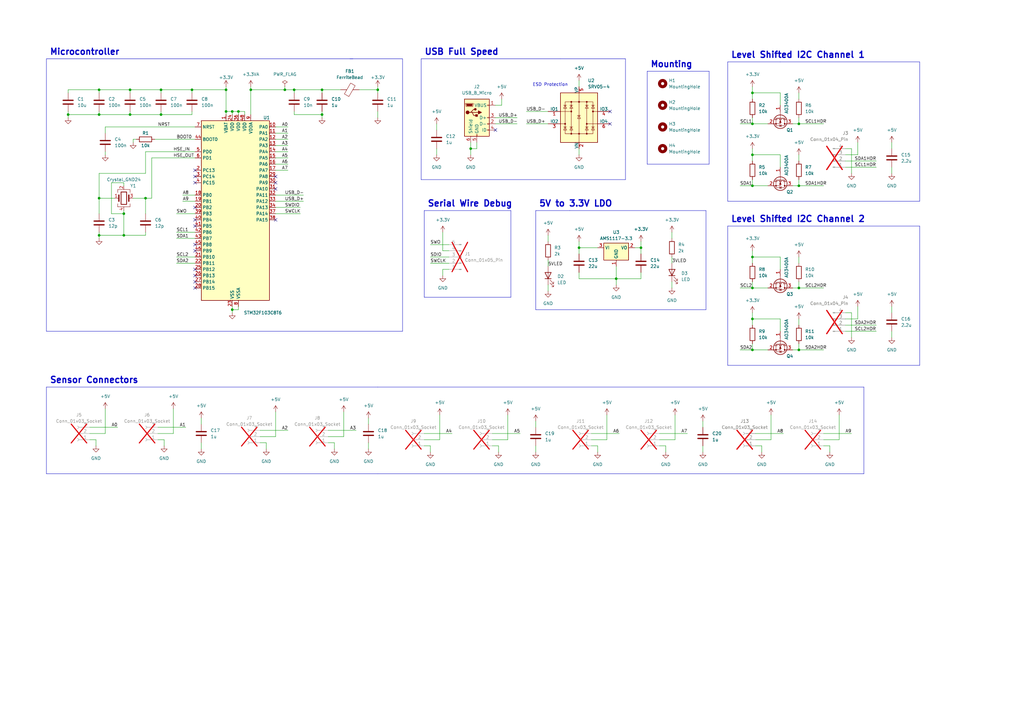
<source format=kicad_sch>
(kicad_sch (version 20230121) (generator eeschema)
  (paper "A3")
  (lib_symbols
    (symbol "Connector:Conn_01x03_Socket" (pin_names (offset 1.016) hide)
      (property "Reference" "J" (at 0 5.08 0))
      (property "Value" "Conn_01x03_Socket" (at 0 -5.08 0))
      (symbol "Conn_01x03_Socket_1_1"
        (pin passive line (at -5.08 2.54 0) (length 3.81) (name "Pin_1") (number "1"))
        (pin passive line (at -5.08 0 0) (length 3.81) (name "Pin_2") (number "2"))
        (pin passive line (at -5.08 -2.54 0) (length 3.81) (name "Pin_3") (number "3"))
      )
    )
    (symbol "Connector:Conn_01x04_Pin" (pin_names (offset 1.016) hide)
      (property "Reference" "J" (at 0 5.08 0))
      (property "Value" "Conn_01x04_Pin" (at 0 -7.62 0))
      (symbol "Conn_01x04_Pin_1_1"
        (pin passive line (at 5.08 2.54 180) (length 3.81) (name "Pin_1") (number "1"))
        (pin passive line (at 5.08 0 180) (length 3.81) (name "Pin_2") (number "2"))
        (pin passive line (at 5.08 -2.54 180) (length 3.81) (name "Pin_3") (number "3"))
        (pin passive line (at 5.08 -5.08 180) (length 3.81) (name "Pin_4") (number "4"))
      )
    )
    (symbol "Connector:Conn_01x05_Pin" (pin_names (offset 1.016) hide)
      (property "Reference" "J" (at 0 7.62 0))
      (property "Value" "Conn_01x05_Pin" (at 0 -7.62 0))
      (symbol "Conn_01x05_Pin_1_1"
        (pin passive line (at 5.08 5.08 180) (length 3.81) (name "Pin_1") (number "1"))
        (pin passive line (at 5.08 2.54 180) (length 3.81) (name "Pin_2") (number "2"))
        (pin passive line (at 5.08 0 180) (length 3.81) (name "Pin_3") (number "3"))
        (pin passive line (at 5.08 -2.54 180) (length 3.81) (name "Pin_4") (number "4"))
        (pin passive line (at 5.08 -5.08 180) (length 3.81) (name "Pin_5") (number "5"))
      )
    )
    (symbol "Connector:USB_B_Micro" (pin_names (offset 1.016))
      (property "Reference" "J" (at -5.08 11.43 0))
      (property "Value" "USB_B_Micro" (at -5.08 8.89 0))
      (symbol "USB_B_Micro_1_1"
        (pin power_out line (at 7.62 5.08 180) (length 2.54) (name "VBUS") (number "1"))
        (pin bidirectional line (at 7.62 -2.54 180) (length 2.54) (name "D-") (number "2"))
        (pin bidirectional line (at 7.62 0 180) (length 2.54) (name "D+") (number "3"))
        (pin passive line (at 7.62 -5.08 180) (length 2.54) (name "ID") (number "4"))
        (pin power_out line (at 0 -10.16 90) (length 2.54) (name "GND") (number "5"))
        (pin passive line (at -2.54 -10.16 90) (length 2.54) (name "Shield") (number "6"))
      )
    )
    (symbol "Device:C" (pin_numbers hide) (pin_names (offset 0.254))
      (property "Reference" "C" (at 0.635 2.54 0))
      (property "Value" "C" (at 0.635 -2.54 0))
      (symbol "C_1_1"
        (pin passive line (at 0 3.81 270) (length 2.794) (name "~") (number "1"))
        (pin passive line (at 0 -3.81 90) (length 2.794) (name "~") (number "2"))
      )
    )
    (symbol "Device:Crystal_GND24" (pin_names (offset 1.016) hide)
      (property "Reference" "Y" (at 3.175 5.08 0))
      (property "Value" "Crystal_GND24" (at 3.175 3.175 0))
      (symbol "Crystal_GND24_1_1"
        (pin passive line (at -3.81 0 0) (length 1.27) (name "1") (number "1"))
        (pin passive line (at 0 5.08 270) (length 1.27) (name "2") (number "2"))
        (pin passive line (at 3.81 0 180) (length 1.27) (name "3") (number "3"))
        (pin passive line (at 0 -5.08 90) (length 1.27) (name "4") (number "4"))
      )
    )
    (symbol "Device:FerriteBead" (pin_numbers hide) (pin_names (offset 0))
      (property "Reference" "FB" (at -3.81 0.635 90))
      (property "Value" "FerriteBead" (at 3.81 0 90))
      (symbol "FerriteBead_1_1"
        (pin passive line (at 0 3.81 270) (length 2.54) (name "~") (number "1"))
        (pin passive line (at 0 -3.81 90) (length 2.54) (name "~") (number "2"))
      )
    )
    (symbol "Device:LED" (pin_numbers hide) (pin_names (offset 1.016) hide)
      (property "Reference" "D" (at 0 2.54 0))
      (property "Value" "LED" (at 0 -2.54 0))
      (symbol "LED_1_1"
        (pin passive line (at -3.81 0 0) (length 2.54) (name "K") (number "1"))
        (pin passive line (at 3.81 0 180) (length 2.54) (name "A") (number "2"))
      )
    )
    (symbol "Device:R" (pin_numbers hide) (pin_names (offset 0))
      (property "Reference" "R" (at 2.032 0 90))
      (property "Value" "R" (at 0 0 90))
      (symbol "R_1_1"
        (pin passive line (at 0 3.81 270) (length 1.27) (name "~") (number "1"))
        (pin passive line (at 0 -3.81 90) (length 1.27) (name "~") (number "2"))
      )
    )
    (symbol "MCU_ST_STM32F1:STM32F103C8Tx"
      (property "Reference" "U" (at -12.7 39.37 0))
      (property "Value" "STM32F103C8Tx" (at 10.16 39.37 0))
      (symbol "STM32F103C8Tx_1_1"
        (pin power_in line (at -2.54 40.64 270) (length 2.54) (name "VBAT") (number "1"))
        (pin bidirectional line (at 17.78 35.56 180) (length 2.54) (name "PA0") (number "10"))
        (pin bidirectional line (at 17.78 33.02 180) (length 2.54) (name "PA1") (number "11"))
        (pin bidirectional line (at 17.78 30.48 180) (length 2.54) (name "PA2") (number "12"))
        (pin bidirectional line (at 17.78 27.94 180) (length 2.54) (name "PA3") (number "13"))
        (pin bidirectional line (at 17.78 25.4 180) (length 2.54) (name "PA4") (number "14"))
        (pin bidirectional line (at 17.78 22.86 180) (length 2.54) (name "PA5") (number "15"))
        (pin bidirectional line (at 17.78 20.32 180) (length 2.54) (name "PA6") (number "16"))
        (pin bidirectional line (at 17.78 17.78 180) (length 2.54) (name "PA7") (number "17"))
        (pin bidirectional line (at -15.24 7.62 0) (length 2.54) (name "PB0") (number "18"))
        (pin bidirectional line (at -15.24 5.08 0) (length 2.54) (name "PB1") (number "19"))
        (pin bidirectional line (at -15.24 17.78 0) (length 2.54) (name "PC13") (number "2"))
        (pin bidirectional line (at -15.24 2.54 0) (length 2.54) (name "PB2") (number "20"))
        (pin bidirectional line (at -15.24 -17.78 0) (length 2.54) (name "PB10") (number "21"))
        (pin bidirectional line (at -15.24 -20.32 0) (length 2.54) (name "PB11") (number "22"))
        (pin power_in line (at 0 -38.1 90) (length 2.54) (name "VSS") (number "23"))
        (pin power_in line (at 0 40.64 270) (length 2.54) (name "VDD") (number "24"))
        (pin bidirectional line (at -15.24 -22.86 0) (length 2.54) (name "PB12") (number "25"))
        (pin bidirectional line (at -15.24 -25.4 0) (length 2.54) (name "PB13") (number "26"))
        (pin bidirectional line (at -15.24 -27.94 0) (length 2.54) (name "PB14") (number "27"))
        (pin bidirectional line (at -15.24 -30.48 0) (length 2.54) (name "PB15") (number "28"))
        (pin bidirectional line (at 17.78 15.24 180) (length 2.54) (name "PA8") (number "29"))
        (pin bidirectional line (at -15.24 15.24 0) (length 2.54) (name "PC14") (number "3"))
        (pin bidirectional line (at 17.78 12.7 180) (length 2.54) (name "PA9") (number "30"))
        (pin bidirectional line (at 17.78 10.16 180) (length 2.54) (name "PA10") (number "31"))
        (pin bidirectional line (at 17.78 7.62 180) (length 2.54) (name "PA11") (number "32"))
        (pin bidirectional line (at 17.78 5.08 180) (length 2.54) (name "PA12") (number "33"))
        (pin bidirectional line (at 17.78 2.54 180) (length 2.54) (name "PA13") (number "34"))
        (pin passive line (at 0 -38.1 90) (length 2.54) hide (name "VSS") (number "35"))
        (pin power_in line (at 2.54 40.64 270) (length 2.54) (name "VDD") (number "36"))
        (pin bidirectional line (at 17.78 0 180) (length 2.54) (name "PA14") (number "37"))
        (pin bidirectional line (at 17.78 -2.54 180) (length 2.54) (name "PA15") (number "38"))
        (pin bidirectional line (at -15.24 0 0) (length 2.54) (name "PB3") (number "39"))
        (pin bidirectional line (at -15.24 12.7 0) (length 2.54) (name "PC15") (number "4"))
        (pin bidirectional line (at -15.24 -2.54 0) (length 2.54) (name "PB4") (number "40"))
        (pin bidirectional line (at -15.24 -5.08 0) (length 2.54) (name "PB5") (number "41"))
        (pin bidirectional line (at -15.24 -7.62 0) (length 2.54) (name "PB6") (number "42"))
        (pin bidirectional line (at -15.24 -10.16 0) (length 2.54) (name "PB7") (number "43"))
        (pin input line (at -15.24 30.48 0) (length 2.54) (name "BOOT0") (number "44"))
        (pin bidirectional line (at -15.24 -12.7 0) (length 2.54) (name "PB8") (number "45"))
        (pin bidirectional line (at -15.24 -15.24 0) (length 2.54) (name "PB9") (number "46"))
        (pin passive line (at 0 -38.1 90) (length 2.54) hide (name "VSS") (number "47"))
        (pin power_in line (at 5.08 40.64 270) (length 2.54) (name "VDD") (number "48"))
        (pin bidirectional line (at -15.24 25.4 0) (length 2.54) (name "PD0") (number "5"))
        (pin bidirectional line (at -15.24 22.86 0) (length 2.54) (name "PD1") (number "6"))
        (pin input line (at -15.24 35.56 0) (length 2.54) (name "NRST") (number "7"))
        (pin power_in line (at 2.54 -38.1 90) (length 2.54) (name "VSSA") (number "8"))
        (pin power_in line (at 7.62 40.64 270) (length 2.54) (name "VDDA") (number "9"))
      )
    )
    (symbol "Mechanical:MountingHole" (pin_names (offset 1.016))
      (property "Reference" "H" (at 0 5.08 0))
      (property "Value" "MountingHole" (at 0 3.175 0))
    )
    (symbol "Power_Protection:SRV05-4" (pin_names (offset 0))
      (property "Reference" "U" (at -5.08 11.43 0))
      (property "Value" "SRV05-4" (at 2.54 11.43 0))
      (symbol "SRV05-4_1_1"
        (pin passive line (at -12.7 2.54 0) (length 5.08) (name "IO1") (number "1"))
        (pin passive line (at 0 -12.7 90) (length 2.54) (name "VN") (number "2"))
        (pin passive line (at -12.7 -2.54 0) (length 5.08) (name "IO2") (number "3"))
        (pin passive line (at 12.7 2.54 180) (length 5.08) (name "IO3") (number "4"))
        (pin passive line (at 0 12.7 270) (length 2.54) (name "VP") (number "5"))
        (pin passive line (at 12.7 -2.54 180) (length 5.08) (name "IO4") (number "6"))
      )
    )
    (symbol "Regulator_Linear:AMS1117-3.3"
      (property "Reference" "U" (at -3.81 3.175 0))
      (property "Value" "AMS1117-3.3" (at 0 3.175 0))
      (symbol "AMS1117-3.3_1_1"
        (pin power_in line (at 0 -7.62 90) (length 2.54) (name "GND") (number "1"))
        (pin power_out line (at 7.62 0 180) (length 2.54) (name "VO") (number "2"))
        (pin power_in line (at -7.62 0 0) (length 2.54) (name "VI") (number "3"))
      )
    )
    (symbol "Transistor_FET:AO3400A" (pin_names hide)
      (property "Reference" "Q" (at 5.08 1.905 0))
      (property "Value" "AO3400A" (at 5.08 0 0))
      (symbol "AO3400A_1_1"
        (pin input line (at -5.08 0 0) (length 2.54) (name "G") (number "1"))
        (pin passive line (at 2.54 -5.08 90) (length 2.54) (name "S") (number "2"))
        (pin passive line (at 2.54 5.08 270) (length 2.54) (name "D") (number "3"))
      )
    )
    (symbol "power:+3.3V" (power) (pin_names (offset 0))
      (property "Value" "+3.3V" (at 0 3.556 0))
      (symbol "+3.3V_1_1"
        (pin power_in line (at 0 0 90) (length 0) hide (name "+3.3V") (number "1"))
      )
    )
    (symbol "power:+3.3VA" (power) (pin_names (offset 0))
      (property "Value" "+3.3VA" (at 0 3.556 0))
      (symbol "+3.3VA_1_1"
        (pin power_in line (at 0 0 90) (length 0) hide (name "+3.3VA") (number "1"))
      )
    )
    (symbol "power:+5V" (power) (pin_names (offset 0))
      (property "Value" "+5V" (at 0 3.556 0))
      (symbol "+5V_1_1"
        (pin power_in line (at 0 0 90) (length 0) hide (name "+5V") (number "1"))
      )
    )
    (symbol "power:GND" (power) (pin_names (offset 0))
      (property "Value" "GND" (at 0 -3.81 0))
      (symbol "GND_1_1"
        (pin power_in line (at 0 0 270) (length 0) hide (name "GND") (number "1"))
      )
    )
    (symbol "power:PWR_FLAG" (power) (pin_numbers hide) (pin_names (offset 0) hide)
      (property "Value" "PWR_FLAG" (at 0 3.81 0))
      (symbol "PWR_FLAG_0_0"
        (pin power_out line (at 0 0 90) (length 0) (name "pwr") (number "1"))
      )
    )
  )
  (junction (at 154.94 36.83))
  (junction (at 78.74 36.83))
  (junction (at 327.66 76.2))
  (junction (at 327.66 118.11))
  (junction (at 102.87 36.83))
  (junction (at 120.65 36.83))
  (junction (at 40.64 46.99))
  (junction (at 27.94 46.99))
  (junction (at 132.08 36.83))
  (junction (at 53.34 36.83))
  (junction (at 40.64 81.28))
  (junction (at 40.64 96.52))
  (junction (at 95.25 45.72))
  (junction (at 53.34 46.99))
  (junction (at 262.89 101.6))
  (junction (at 50.8 96.52))
  (junction (at 308.61 76.2))
  (junction (at 40.64 36.83))
  (junction (at 66.04 36.83))
  (junction (at 308.61 130.81))
  (junction (at 308.61 118.11))
  (junction (at 308.61 50.8))
  (junction (at 237.49 101.6))
  (junction (at 308.61 105.41))
  (junction (at 66.04 46.99))
  (junction (at 97.79 45.72))
  (junction (at 92.71 36.83))
  (junction (at 327.66 50.8))
  (junction (at 59.69 81.28))
  (junction (at 193.04 60.96))
  (junction (at 50.8 87.63))
  (junction (at 95.25 127))
  (junction (at 92.71 45.72))
  (junction (at 132.08 46.99))
  (junction (at 308.61 63.5))
  (junction (at 116.84 36.83))
  (junction (at 308.61 143.51))
  (junction (at 327.66 143.51))
  (junction (at 252.73 114.3))
  (junction (at 308.61 38.1))
  (no_connect (at 80.01 90.17))
  (no_connect (at 250.19 50.8))
  (no_connect (at 80.01 92.71))
  (no_connect (at 80.01 74.93))
  (no_connect (at 80.01 102.87))
  (no_connect (at 80.01 110.49))
  (no_connect (at 113.03 74.93))
  (no_connect (at 250.19 45.72))
  (no_connect (at 80.01 100.33))
  (no_connect (at 80.01 115.57))
  (no_connect (at 113.03 77.47))
  (no_connect (at 113.03 72.39))
  (no_connect (at 203.2 53.34))
  (no_connect (at 80.01 72.39))
  (no_connect (at 80.01 113.03))
  (no_connect (at 80.01 118.11))
  (no_connect (at 80.01 69.85))
  (no_connect (at 113.03 90.17))
  (no_connect (at 80.01 85.09))
  (wire (pts (xy 59.69 62.23) (xy 80.01 62.23)))
  (wire (pts (xy 351.79 125.73) (xy 351.79 130.81)))
  (polyline (pts (xy 354.33 194.31) (xy 154.94 194.31)))
  (wire (pts (xy 59.69 62.23) (xy 59.69 71.12)))
  (wire (pts (xy 316.23 170.18) (xy 316.23 180.34)))
  (wire (pts (xy 43.18 177.8) (xy 36.83 177.8)))
  (wire (pts (xy 95.25 127) (xy 95.25 125.73)))
  (wire (pts (xy 245.11 182.88) (xy 242.57 182.88)))
  (wire (pts (xy 50.8 86.36) (xy 50.8 87.63)))
  (wire (pts (xy 54.61 81.28) (xy 59.69 81.28)))
  (wire (pts (xy 308.61 63.5) (xy 320.04 63.5)))
  (wire (pts (xy 72.39 87.63) (xy 80.01 87.63)))
  (wire (pts (xy 349.25 60.96) (xy 349.25 71.12)))
  (wire (pts (xy 54.61 57.15) (xy 54.61 58.42)))
  (wire (pts (xy 43.18 54.61) (xy 43.18 52.07)))
  (wire (pts (xy 308.61 50.8) (xy 314.96 50.8)))
  (wire (pts (xy 71.12 167.64) (xy 71.12 177.8)))
  (wire (pts (xy 66.04 38.1) (xy 66.04 36.83)))
  (wire (pts (xy 40.64 71.12) (xy 40.64 81.28)))
  (wire (pts (xy 276.86 170.18) (xy 276.86 180.34)))
  (wire (pts (xy 66.04 36.83) (xy 78.74 36.83)))
  (wire (pts (xy 346.71 66.04) (xy 359.41 66.04)))
  (wire (pts (xy 43.18 167.64) (xy 43.18 177.8)))
  (wire (pts (xy 219.71 172.72) (xy 219.71 175.26)))
  (wire (pts (xy 36.83 175.26) (xy 48.26 175.26)))
  (wire (pts (xy 215.9 50.8) (xy 224.79 50.8)))
  (wire (pts (xy 325.12 143.51) (xy 327.66 143.51)))
  (wire (pts (xy 74.93 80.01) (xy 80.01 80.01)))
  (wire (pts (xy 181.61 102.87) (xy 184.15 102.87)))
  (wire (pts (xy 237.49 104.14) (xy 237.49 101.6)))
  (wire (pts (xy 308.61 76.2) (xy 314.96 76.2)))
  (wire (pts (xy 40.64 46.99) (xy 53.34 46.99)))
  (wire (pts (xy 66.04 45.72) (xy 66.04 46.99)))
  (wire (pts (xy 303.53 50.8) (xy 308.61 50.8)))
  (wire (pts (xy 288.29 182.88) (xy 288.29 185.42)))
  (polyline (pts (xy 209.55 121.92) (xy 173.99 121.92)))
  (wire (pts (xy 62.23 64.77) (xy 80.01 64.77)))
  (wire (pts (xy 97.79 45.72) (xy 100.33 45.72)))
  (polyline (pts (xy 320.04 25.4) (xy 377.19 25.4)))
  (wire (pts (xy 120.65 45.72) (xy 120.65 46.99)))
  (wire (pts (xy 203.2 48.26) (xy 212.09 48.26)))
  (wire (pts (xy 62.23 81.28) (xy 62.23 64.77)))
  (wire (pts (xy 132.08 46.99) (xy 132.08 45.72)))
  (polyline (pts (xy 19.05 24.13) (xy 144.78 24.13)))
  (wire (pts (xy 113.03 179.07) (xy 106.68 179.07)))
  (wire (pts (xy 151.13 171.45) (xy 151.13 173.99)))
  (wire (pts (xy 113.03 62.23) (xy 118.11 62.23)))
  (wire (pts (xy 275.59 95.25) (xy 275.59 97.79)))
  (wire (pts (xy 113.03 80.01) (xy 124.46 80.01)))
  (polyline (pts (xy 377.19 25.4) (xy 377.19 82.55)))
  (wire (pts (xy 262.89 101.6) (xy 260.35 101.6)))
  (wire (pts (xy 208.28 180.34) (xy 201.93 180.34)))
  (wire (pts (xy 365.76 68.58) (xy 365.76 71.12)))
  (polyline (pts (xy 154.94 158.75) (xy 354.33 158.75)))
  (wire (pts (xy 308.61 130.81) (xy 308.61 133.35)))
  (wire (pts (xy 176.53 185.42) (xy 176.53 182.88)))
  (wire (pts (xy 237.49 114.3) (xy 252.73 114.3)))
  (wire (pts (xy 346.71 133.35) (xy 359.41 133.35)))
  (wire (pts (xy 66.04 46.99) (xy 78.74 46.99)))
  (wire (pts (xy 346.71 68.58) (xy 359.41 68.58)))
  (wire (pts (xy 50.8 74.93) (xy 45.72 74.93)))
  (wire (pts (xy 327.66 105.41) (xy 327.66 107.95)))
  (wire (pts (xy 303.53 118.11) (xy 308.61 118.11)))
  (wire (pts (xy 137.16 184.15) (xy 137.16 181.61)))
  (wire (pts (xy 308.61 118.11) (xy 314.96 118.11)))
  (wire (pts (xy 50.8 76.2) (xy 50.8 74.93)))
  (polyline (pts (xy 172.72 24.13) (xy 229.87 24.13)))
  (polyline (pts (xy 154.94 194.31) (xy 19.05 194.31)))
  (wire (pts (xy 327.66 130.81) (xy 327.66 133.35)))
  (wire (pts (xy 78.74 36.83) (xy 92.71 36.83)))
  (wire (pts (xy 102.87 36.83) (xy 116.84 36.83)))
  (wire (pts (xy 116.84 35.56) (xy 116.84 36.83)))
  (wire (pts (xy 53.34 45.72) (xy 53.34 46.99)))
  (wire (pts (xy 92.71 45.72) (xy 92.71 46.99)))
  (wire (pts (xy 346.71 128.27) (xy 349.25 128.27)))
  (polyline (pts (xy 377.19 149.86) (xy 298.45 149.86)))
  (wire (pts (xy 176.53 100.33) (xy 184.15 100.33)))
  (wire (pts (xy 113.03 82.55) (xy 124.46 82.55)))
  (polyline (pts (xy 165.1 135.89) (xy 19.05 135.89)))
  (wire (pts (xy 308.61 140.97) (xy 308.61 143.51)))
  (polyline (pts (xy 143.51 24.13) (xy 165.1 24.13)))
  (wire (pts (xy 346.71 135.89) (xy 359.41 135.89)))
  (wire (pts (xy 27.94 36.83) (xy 40.64 36.83)))
  (wire (pts (xy 63.5 57.15) (xy 80.01 57.15)))
  (wire (pts (xy 40.64 81.28) (xy 46.99 81.28)))
  (wire (pts (xy 176.53 107.95) (xy 184.15 107.95)))
  (wire (pts (xy 320.04 105.41) (xy 320.04 110.49)))
  (wire (pts (xy 327.66 143.51) (xy 327.66 140.97)))
  (wire (pts (xy 193.04 63.5) (xy 193.04 60.96)))
  (wire (pts (xy 252.73 109.22) (xy 252.73 114.3)))
  (wire (pts (xy 303.53 143.51) (xy 308.61 143.51)))
  (polyline (pts (xy 265.43 29.21) (xy 290.83 29.21)))
  (wire (pts (xy 205.74 40.64) (xy 205.74 43.18)))
  (wire (pts (xy 312.42 185.42) (xy 312.42 182.88)))
  (wire (pts (xy 195.58 60.96) (xy 195.58 58.42)))
  (wire (pts (xy 316.23 180.34) (xy 309.88 180.34)))
  (wire (pts (xy 78.74 38.1) (xy 78.74 36.83)))
  (wire (pts (xy 113.03 52.07) (xy 118.11 52.07)))
  (wire (pts (xy 181.61 113.03) (xy 181.61 110.49)))
  (wire (pts (xy 312.42 182.88) (xy 309.88 182.88)))
  (wire (pts (xy 325.12 118.11) (xy 327.66 118.11)))
  (wire (pts (xy 113.03 67.31) (xy 118.11 67.31)))
  (polyline (pts (xy 320.04 92.71) (xy 377.19 92.71)))
  (wire (pts (xy 154.94 35.56) (xy 154.94 36.83)))
  (wire (pts (xy 215.9 45.72) (xy 224.79 45.72)))
  (wire (pts (xy 365.76 135.89) (xy 365.76 138.43)))
  (wire (pts (xy 132.08 36.83) (xy 132.08 38.1)))
  (wire (pts (xy 113.03 85.09) (xy 123.19 85.09)))
  (wire (pts (xy 193.04 58.42) (xy 193.04 60.96)))
  (wire (pts (xy 181.61 110.49) (xy 184.15 110.49)))
  (wire (pts (xy 325.12 76.2) (xy 327.66 76.2)))
  (wire (pts (xy 40.64 45.72) (xy 40.64 46.99)))
  (wire (pts (xy 53.34 36.83) (xy 66.04 36.83)))
  (wire (pts (xy 180.34 180.34) (xy 173.99 180.34)))
  (wire (pts (xy 262.89 111.76) (xy 262.89 114.3)))
  (polyline (pts (xy 219.71 86.36) (xy 233.68 86.36)))
  (polyline (pts (xy 209.55 86.36) (xy 209.55 121.92)))
  (wire (pts (xy 97.79 127) (xy 97.79 125.73)))
  (wire (pts (xy 39.37 180.34) (xy 36.83 180.34)))
  (wire (pts (xy 308.61 143.51) (xy 314.96 143.51)))
  (wire (pts (xy 173.99 177.8) (xy 185.42 177.8)))
  (wire (pts (xy 120.65 36.83) (xy 120.65 38.1)))
  (wire (pts (xy 219.71 182.88) (xy 219.71 185.42)))
  (wire (pts (xy 224.79 116.84) (xy 224.79 119.38)))
  (wire (pts (xy 320.04 130.81) (xy 320.04 135.89)))
  (wire (pts (xy 45.72 87.63) (xy 50.8 87.63)))
  (wire (pts (xy 151.13 181.61) (xy 151.13 184.15)))
  (wire (pts (xy 53.34 38.1) (xy 53.34 36.83)))
  (polyline (pts (xy 298.45 25.4) (xy 320.04 25.4)))
  (wire (pts (xy 106.68 176.53) (xy 118.11 176.53)))
  (polyline (pts (xy 181.61 86.36) (xy 209.55 86.36)))
  (wire (pts (xy 27.94 38.1) (xy 27.94 36.83)))
  (polyline (pts (xy 219.71 127) (xy 219.71 86.36)))
  (wire (pts (xy 134.62 176.53) (xy 146.05 176.53)))
  (wire (pts (xy 270.51 177.8) (xy 281.94 177.8)))
  (polyline (pts (xy 233.68 86.36) (xy 289.56 86.36)))
  (wire (pts (xy 346.71 130.81) (xy 351.79 130.81)))
  (polyline (pts (xy 19.05 158.75) (xy 154.94 158.75)))
  (polyline (pts (xy 265.43 67.31) (xy 290.83 67.31)))
  (wire (pts (xy 92.71 36.83) (xy 92.71 45.72)))
  (wire (pts (xy 340.36 185.42) (xy 340.36 182.88)))
  (wire (pts (xy 180.34 170.18) (xy 180.34 180.34)))
  (wire (pts (xy 208.28 170.18) (xy 208.28 180.34)))
  (wire (pts (xy 340.36 182.88) (xy 337.82 182.88)))
  (wire (pts (xy 204.47 182.88) (xy 201.93 182.88)))
  (wire (pts (xy 113.03 54.61) (xy 118.11 54.61)))
  (wire (pts (xy 43.18 52.07) (xy 80.01 52.07)))
  (wire (pts (xy 276.86 180.34) (xy 270.51 180.34)))
  (wire (pts (xy 39.37 182.88) (xy 39.37 180.34)))
  (wire (pts (xy 72.39 107.95) (xy 80.01 107.95)))
  (wire (pts (xy 40.64 36.83) (xy 53.34 36.83)))
  (wire (pts (xy 308.61 105.41) (xy 320.04 105.41)))
  (wire (pts (xy 237.49 60.96) (xy 237.49 63.5)))
  (wire (pts (xy 154.94 36.83) (xy 154.94 38.1)))
  (wire (pts (xy 113.03 64.77) (xy 118.11 64.77)))
  (wire (pts (xy 82.55 171.45) (xy 82.55 173.99)))
  (wire (pts (xy 308.61 38.1) (xy 320.04 38.1)))
  (wire (pts (xy 120.65 46.99) (xy 132.08 46.99)))
  (wire (pts (xy 132.08 46.99) (xy 132.08 48.26)))
  (polyline (pts (xy 229.87 24.13) (xy 256.54 24.13)))
  (polyline (pts (xy 165.1 24.13) (xy 165.1 135.89)))
  (wire (pts (xy 308.61 73.66) (xy 308.61 76.2)))
  (wire (pts (xy 365.76 58.42) (xy 365.76 60.96)))
  (wire (pts (xy 252.73 114.3) (xy 252.73 116.84)))
  (wire (pts (xy 92.71 35.56) (xy 92.71 36.83)))
  (wire (pts (xy 308.61 38.1) (xy 308.61 40.64)))
  (wire (pts (xy 365.76 125.73) (xy 365.76 128.27)))
  (wire (pts (xy 308.61 105.41) (xy 308.61 107.95)))
  (wire (pts (xy 349.25 128.27) (xy 349.25 138.43)))
  (wire (pts (xy 43.18 62.23) (xy 43.18 63.5)))
  (wire (pts (xy 262.89 104.14) (xy 262.89 101.6)))
  (wire (pts (xy 193.04 60.96) (xy 195.58 60.96)))
  (wire (pts (xy 72.39 105.41) (xy 80.01 105.41)))
  (wire (pts (xy 109.22 184.15) (xy 109.22 181.61)))
  (polyline (pts (xy 377.19 82.55) (xy 298.45 82.55)))
  (wire (pts (xy 59.69 96.52) (xy 59.69 95.25)))
  (wire (pts (xy 102.87 36.83) (xy 102.87 46.99)))
  (wire (pts (xy 27.94 46.99) (xy 27.94 45.72)))
  (wire (pts (xy 273.05 182.88) (xy 270.51 182.88)))
  (wire (pts (xy 74.93 82.55) (xy 80.01 82.55)))
  (polyline (pts (xy 19.05 194.31) (xy 19.05 158.75)))
  (wire (pts (xy 95.25 127) (xy 97.79 127)))
  (wire (pts (xy 137.16 181.61) (xy 134.62 181.61)))
  (wire (pts (xy 113.03 59.69) (xy 118.11 59.69)))
  (wire (pts (xy 176.53 182.88) (xy 173.99 182.88)))
  (polyline (pts (xy 290.83 67.31) (xy 290.83 29.21)))
  (wire (pts (xy 113.03 69.85) (xy 118.11 69.85)))
  (wire (pts (xy 303.53 76.2) (xy 308.61 76.2)))
  (wire (pts (xy 344.17 170.18) (xy 344.17 180.34)))
  (wire (pts (xy 147.32 36.83) (xy 154.94 36.83)))
  (wire (pts (xy 288.29 172.72) (xy 288.29 175.26)))
  (wire (pts (xy 113.03 168.91) (xy 113.03 179.07)))
  (wire (pts (xy 109.22 181.61) (xy 106.68 181.61)))
  (wire (pts (xy 308.61 115.57) (xy 308.61 118.11)))
  (polyline (pts (xy 298.45 82.55) (xy 298.45 25.4)))
  (wire (pts (xy 59.69 81.28) (xy 62.23 81.28)))
  (wire (pts (xy 67.31 180.34) (xy 64.77 180.34)))
  (wire (pts (xy 224.79 96.52) (xy 224.79 99.06)))
  (wire (pts (xy 40.64 38.1) (xy 40.64 36.83)))
  (wire (pts (xy 309.88 177.8) (xy 321.31 177.8)))
  (wire (pts (xy 140.97 179.07) (xy 134.62 179.07)))
  (wire (pts (xy 45.72 74.93) (xy 45.72 87.63)))
  (wire (pts (xy 237.49 101.6) (xy 245.11 101.6)))
  (polyline (pts (xy 298.45 149.86) (xy 298.45 92.71)))
  (wire (pts (xy 100.33 45.72) (xy 100.33 46.99)))
  (wire (pts (xy 53.34 46.99) (xy 66.04 46.99)))
  (wire (pts (xy 78.74 46.99) (xy 78.74 45.72)))
  (wire (pts (xy 325.12 50.8) (xy 327.66 50.8)))
  (wire (pts (xy 72.39 97.79) (xy 80.01 97.79)))
  (wire (pts (xy 113.03 87.63) (xy 123.19 87.63)))
  (wire (pts (xy 67.31 182.88) (xy 67.31 180.34)))
  (wire (pts (xy 308.61 130.81) (xy 320.04 130.81)))
  (wire (pts (xy 308.61 128.27) (xy 308.61 130.81)))
  (wire (pts (xy 327.66 38.1) (xy 327.66 40.64)))
  (wire (pts (xy 203.2 50.8) (xy 212.09 50.8)))
  (wire (pts (xy 27.94 48.26) (xy 27.94 46.99)))
  (polyline (pts (xy 289.56 127) (xy 219.71 127)))
  (wire (pts (xy 308.61 48.26) (xy 308.61 50.8)))
  (wire (pts (xy 237.49 99.06) (xy 237.49 101.6)))
  (wire (pts (xy 95.25 45.72) (xy 97.79 45.72)))
  (wire (pts (xy 237.49 111.76) (xy 237.49 114.3)))
  (wire (pts (xy 176.53 105.41) (xy 184.15 105.41)))
  (wire (pts (xy 308.61 63.5) (xy 308.61 66.04)))
  (wire (pts (xy 72.39 95.25) (xy 80.01 95.25)))
  (wire (pts (xy 40.64 95.25) (xy 40.64 96.52)))
  (wire (pts (xy 95.25 45.72) (xy 95.25 46.99)))
  (wire (pts (xy 71.12 177.8) (xy 64.77 177.8)))
  (wire (pts (xy 308.61 60.96) (xy 308.61 63.5)))
  (wire (pts (xy 327.66 50.8) (xy 327.66 48.26)))
  (polyline (pts (xy 173.99 121.92) (xy 173.99 86.36)))
  (wire (pts (xy 201.93 177.8) (xy 213.36 177.8)))
  (wire (pts (xy 95.25 127) (xy 95.25 128.27)))
  (wire (pts (xy 224.79 106.68) (xy 224.79 109.22)))
  (wire (pts (xy 205.74 43.18) (xy 203.2 43.18)))
  (wire (pts (xy 344.17 180.34) (xy 337.82 180.34)))
  (wire (pts (xy 320.04 63.5) (xy 320.04 68.58)))
  (wire (pts (xy 102.87 35.56) (xy 102.87 36.83)))
  (wire (pts (xy 327.66 118.11) (xy 337.82 118.11)))
  (wire (pts (xy 40.64 96.52) (xy 40.64 97.79)))
  (polyline (pts (xy 19.05 135.89) (xy 19.05 24.13)))
  (wire (pts (xy 40.64 81.28) (xy 40.64 87.63)))
  (wire (pts (xy 242.57 177.8) (xy 254 177.8)))
  (wire (pts (xy 50.8 87.63) (xy 50.8 96.52)))
  (wire (pts (xy 140.97 168.91) (xy 140.97 179.07)))
  (wire (pts (xy 327.66 76.2) (xy 337.82 76.2)))
  (wire (pts (xy 320.04 38.1) (xy 320.04 43.18)))
  (wire (pts (xy 273.05 185.42) (xy 273.05 182.88)))
  (wire (pts (xy 327.66 118.11) (xy 327.66 115.57)))
  (wire (pts (xy 64.77 175.26) (xy 76.2 175.26)))
  (wire (pts (xy 351.79 58.42) (xy 351.79 63.5)))
  (wire (pts (xy 245.11 185.42) (xy 245.11 182.88)))
  (wire (pts (xy 346.71 60.96) (xy 349.25 60.96)))
  (wire (pts (xy 308.61 102.87) (xy 308.61 105.41)))
  (wire (pts (xy 181.61 95.25) (xy 181.61 102.87)))
  (wire (pts (xy 179.07 60.96) (xy 179.07 63.5)))
  (wire (pts (xy 237.49 33.02) (xy 237.49 35.56)))
  (polyline (pts (xy 377.19 92.71) (xy 377.19 149.86)))
  (wire (pts (xy 59.69 71.12) (xy 40.64 71.12)))
  (polyline (pts (xy 172.72 73.66) (xy 172.72 24.13)))
  (wire (pts (xy 82.55 181.61) (xy 82.55 184.15)))
  (wire (pts (xy 327.66 63.5) (xy 327.66 66.04)))
  (wire (pts (xy 248.92 180.34) (xy 242.57 180.34)))
  (wire (pts (xy 262.89 114.3) (xy 252.73 114.3)))
  (wire (pts (xy 248.92 170.18) (xy 248.92 180.34)))
  (wire (pts (xy 327.66 76.2) (xy 327.66 73.66)))
  (wire (pts (xy 262.89 99.06) (xy 262.89 101.6)))
  (wire (pts (xy 346.71 63.5) (xy 351.79 63.5)))
  (polyline (pts (xy 289.56 86.36) (xy 289.56 127)))
  (wire (pts (xy 275.59 115.57) (xy 275.59 118.11)))
  (wire (pts (xy 327.66 143.51) (xy 337.82 143.51)))
  (wire (pts (xy 97.79 45.72) (xy 97.79 46.99)))
  (polyline (pts (xy 256.54 24.13) (xy 256.54 73.66)))
  (wire (pts (xy 337.82 177.8) (xy 349.25 177.8)))
  (wire (pts (xy 154.94 45.72) (xy 154.94 48.26)))
  (wire (pts (xy 116.84 36.83) (xy 120.65 36.83)))
  (wire (pts (xy 275.59 105.41) (xy 275.59 107.95)))
  (polyline (pts (xy 298.45 92.71) (xy 320.04 92.71)))
  (wire (pts (xy 132.08 36.83) (xy 139.7 36.83)))
  (polyline (pts (xy 173.99 86.36) (xy 181.61 86.36)))
  (wire (pts (xy 59.69 81.28) (xy 59.69 87.63)))
  (wire (pts (xy 27.94 46.99) (xy 40.64 46.99)))
  (wire (pts (xy 40.64 96.52) (xy 50.8 96.52)))
  (wire (pts (xy 204.47 185.42) (xy 204.47 182.88)))
  (wire (pts (xy 179.07 50.8) (xy 179.07 53.34)))
  (wire (pts (xy 327.66 50.8) (xy 337.82 50.8)))
  (polyline (pts (xy 265.43 29.21) (xy 265.43 67.31)))
  (wire (pts (xy 308.61 35.56) (xy 308.61 38.1)))
  (polyline (pts (xy 256.54 73.66) (xy 172.72 73.66)))
  (wire (pts (xy 120.65 36.83) (xy 132.08 36.83)))
  (wire (pts (xy 50.8 96.52) (xy 59.69 96.52)))
  (wire (pts (xy 55.88 57.15) (xy 54.61 57.15)))
  (wire (pts (xy 113.03 57.15) (xy 118.11 57.15)))
  (polyline (pts (xy 354.33 158.75) (xy 354.33 194.31)))
  (wire (pts (xy 92.71 45.72) (xy 95.25 45.72)))
  (text "Mounting" (at 266.7 27.94 0) (effects (font (size 2.5 2.5) (thickness 0.5) bold) (justify left bottom)))
  (text "Level Shifted I2C Channel 1" (at 299.72 24.13 0) (effects (font (size 2.54 2.54) (thickness 0.508) bold) (justify left bottom)))
  (text "Microcontroller" (at 20.32 22.86 0) (effects (font (size 2.5 2.5) (thickness 0.5) bold) (justify left bottom)))
  (text "5V to 3.3V LDO" (at 220.98 85.09 0) (effects (font (size 2.54 2.54) (thickness 0.508) bold) (justify left bottom)))
  (text "Sensor Connectors" (at 20.32 157.48 0) (effects (font (size 2.54 2.54) (thickness 0.508) bold) (justify left bottom)))
  (text "USB Full Speed" (at 173.99 22.86 0) (effects (font (size 2.54 2.54) (thickness 0.508) bold) (justify left bottom)))
  (text "ESD Protection" (at 218.44 35.56 0) (effects (font (size 1.27 1.27)) (justify left bottom)))
  (text "Serial Wire Debug" (at 175.26 85.09 0) (effects (font (size 2.54 2.54) (thickness 0.508) bold) (justify left bottom)))
  (text "Level Shifted I2C Channel 2" (at 299.72 91.44 0) (effects (font (size 2.54 2.54) (thickness 0.508) bold) (justify left bottom)))
  (label "A8" (at 318.77 177.8 0))
  (label "A2" (at 115.57 57.15 0))
  (label "A3" (at 143.51 176.53 0))
  (label "SWCLK" (at 176.53 107.95 0))
  (label "HSE_OUT" (at 71.12 64.77 0))
  (label "HSE_IN" (at 71.12 62.23 0))
  (label "A1" (at 73.66 175.26 0))
  (label "A8" (at 74.93 80.01 0))
  (label "SCL2" (at 303.53 118.11 0))
  (label "A4" (at 182.88 177.8 0))
  (label "SDIO" (at 176.53 105.41 0))
  (label "SDA1HDR" (at 350.52 66.04 0))
  (label "USB_D-" (at 116.84 80.01 0))
  (label "SCL1" (at 303.53 50.8 0))
  (label "NRST" (at 64.77 52.07 0))
  (label "SWDIO" (at 116.84 85.09 0))
  (label "A4" (at 115.57 62.23 0))
  (label "USB_D-" (at 204.47 50.8 0))
  (label "SCL2HDR" (at 330.2 118.11 0))
  (label "A3" (at 115.57 59.69 0))
  (label "A6" (at 251.46 177.8 0))
  (label "A5" (at 210.82 177.8 0))
  (label "5VLED" (at 224.79 109.22 0))
  (label "3VLED" (at 275.59 107.95 0))
  (label "SWO" (at 72.39 87.63 0))
  (label "A0" (at 45.72 175.26 0))
  (label "SWCLK" (at 116.84 87.63 0))
  (label "A6" (at 115.57 67.31 0))
  (label "A5" (at 115.57 64.77 0))
  (label "SCL1HDR" (at 350.52 68.58 0))
  (label "SDA1" (at 303.53 76.2 0))
  (label "A1" (at 115.57 54.61 0))
  (label "SDA2" (at 303.53 143.51 0))
  (label "A9" (at 346.71 177.8 0))
  (label "SWO" (at 176.53 100.33 0))
  (label "SCL2" (at 72.39 105.41 0))
  (label "A7" (at 115.57 69.85 0))
  (label "A9" (at 74.93 82.55 0))
  (label "A0" (at 115.57 52.07 0))
  (label "SDA2" (at 72.39 107.95 0))
  (label "USB_D+" (at 215.9 50.8 0))
  (label "SCL1" (at 72.39 95.25 0))
  (label "SCL1HDR" (at 330.2 50.8 0))
  (label "A2" (at 115.57 176.53 0))
  (label "SDA1HDR" (at 330.2 76.2 0))
  (label "SDA2HDR" (at 350.52 133.35 0))
  (label "USB_D+" (at 204.47 48.26 0))
  (label "USB_D-" (at 215.9 45.72 0))
  (label "USB_D+" (at 116.84 82.55 0))
  (label "SDA1" (at 72.39 97.79 0))
  (label "A7" (at 279.4 177.8 0))
  (label "SCL2HDR" (at 350.52 135.89 0))
  (label "SDA2HDR" (at 330.2 143.51 0))
  (label "BOOT0" (at 72.39 57.15 0))
  (symbol (lib_id "power:+3.3VA") (at 102.87 35.56 0) (unit 1)
    (property "Reference" "#PWR07" (effects hide))
    (property "Value" "+3.3VA" (at 102.87 30.48 0))
  )
  (symbol (lib_id "power:GND") (at 275.59 118.11 0) (unit 1)
    (property "Reference" "#PWR027" (effects hide))
    (property "Value" "GND" (at 275.59 123.19 0))
  )
  (symbol (lib_id "power:GND") (at 40.64 97.79 0) (unit 1)
    (property "Reference" "#PWR02" (effects hide))
    (property "Value" "GND" (effects hide))
  )
  (symbol (lib_id "power:+5V") (at 219.71 172.72 0) (unit 1)
    (property "Reference" "#PWR058" (effects hide))
    (property "Value" "+5V" (at 219.71 167.64 0))
  )
  (symbol (lib_id "power:+5V") (at 237.49 33.02 0) (unit 1)
    (property "Reference" "#PWR017" (effects hide))
    (property "Value" "+5V" (at 237.49 27.94 0))
  )
  (symbol (lib_id "power:GND") (at 273.05 185.42 0) (unit 1)
    (property "Reference" "#PWR062" (effects hide))
    (property "Value" "GND" (at 273.05 190.5 0))
  )
  (symbol (lib_id "Device:R") (at 308.61 44.45 0) (unit 1)
    (property "Reference" "R2" (at 311.15 43.18 0) (effects (justify left)))
    (property "Value" "10k" (at 311.15 45.72 0) (effects (justify left)))
    (property "Footprint" "Resistor_SMD:R_0402_1005Metric" (effects hide))
  )
  (symbol (lib_id "Device:C") (at 237.49 107.95 0) (unit 1)
    (property "Reference" "C13" (at 241.3 106.68 0) (effects (justify left)))
    (property "Value" "22u" (at 241.3 109.22 0) (effects (justify left)))
    (property "Footprint" "Capacitor_SMD:C_0805_2012Metric" (effects hide))
  )
  (symbol (lib_id "Device:C") (at 43.18 58.42 0) (unit 1)
    (property "Reference" "C4" (at 46.99 57.15 0) (effects (justify left)))
    (property "Value" "100n" (at 46.99 59.69 0) (effects (justify left)))
    (property "Footprint" "Capacitor_SMD:C_0402_1005Metric" (effects hide))
  )
  (symbol (lib_id "Transistor_FET:AO3400A") (at 320.04 115.57 270) (unit 1)
    (property "Reference" "Q3" (at 322.58 120.65 90) (effects (justify left)))
    (property "Value" "AO3400A" (at 322.58 105.41 0) (effects (justify left)))
    (property "Footprint" "Package_TO_SOT_SMD:SOT-23" (effects hide))
    (property "Datasheet" "http://www.aosmd.com/pdfs/datasheet/AO3400A.pdf" (effects hide))
  )
  (symbol (lib_id "power:+5V") (at 248.92 170.18 0) (unit 1)
    (property "Reference" "#PWR061" (effects hide))
    (property "Value" "+5V" (at 248.92 165.1 0))
  )
  (symbol (lib_id "Connector:Conn_01x04_Pin") (at 341.63 133.35 0) (mirror x) (unit 1) (dnp yes)
    (property "Reference" "J4" (at 347.98 121.92 0) (effects (justify right)))
    (property "Value" "Conn_01x04_Pin" (at 347.98 124.46 0) (effects (justify right)))
    (property "Footprint" "MyLibrary:Conn_JST_P4-2.54mm" (effects hide))
  )
  (symbol (lib_id "Device:C") (at 219.71 179.07 0) (unit 1)
    (property "Reference" "C19" (at 223.52 177.8 0) (effects (justify left)))
    (property "Value" "1u" (at 223.52 180.34 0) (effects (justify left)))
    (property "Footprint" "Capacitor_SMD:C_0402_1005Metric" (effects hide))
  )
  (symbol (lib_id "power:+5V") (at 344.17 170.18 0) (unit 1)
    (property "Reference" "#PWR069" (effects hide))
    (property "Value" "+5V" (at 344.17 165.1 0))
  )
  (symbol (lib_id "power:+5V") (at 351.79 58.42 0) (unit 1)
    (property "Reference" "#PWR035" (effects hide))
    (property "Value" "+5V" (at 351.79 53.34 0))
  )
  (symbol (lib_id "Device:R") (at 327.66 69.85 0) (unit 1)
    (property "Reference" "R7" (at 330.2 68.58 0) (effects (justify left)))
    (property "Value" "10k" (at 330.2 71.12 0) (effects (justify left)))
    (property "Footprint" "Resistor_SMD:R_0402_1005Metric" (effects hide))
  )
  (symbol (lib_id "Device:C") (at 132.08 41.91 0) (unit 1)
    (property "Reference" "C10" (at 135.89 40.64 0) (effects (justify left)))
    (property "Value" "1u" (at 135.89 43.18 0) (effects (justify left)))
    (property "Footprint" "Capacitor_SMD:C_0402_1005Metric" (effects hide))
  )
  (symbol (lib_id "Device:LED") (at 224.79 113.03 90) (unit 1)
    (property "Reference" "D2" (at 228.6 113.3475 90) (effects (justify right)))
    (property "Value" "LED" (at 228.6 115.8875 90) (effects (justify right)))
    (property "Footprint" "LED_SMD:LED_0603_1608Metric" (effects hide))
  )
  (symbol (lib_id "power:GND") (at 349.25 138.43 0) (unit 1)
    (property "Reference" "#PWR038" (effects hide))
    (property "Value" "GND" (at 349.25 143.51 0))
  )
  (symbol (lib_id "power:GND") (at 245.11 185.42 0) (unit 1)
    (property "Reference" "#PWR060" (effects hide))
    (property "Value" "GND" (at 245.11 190.5 0))
  )
  (symbol (lib_id "power:+5V") (at 327.66 130.81 0) (unit 1)
    (property "Reference" "#PWR029" (effects hide))
    (property "Value" "+5V" (at 327.66 125.73 0))
  )
  (symbol (lib_id "Device:C") (at 288.29 179.07 0) (unit 1)
    (property "Reference" "C20" (at 292.1 177.8 0) (effects (justify left)))
    (property "Value" "1u" (at 292.1 180.34 0) (effects (justify left)))
    (property "Footprint" "Capacitor_SMD:C_0402_1005Metric" (effects hide))
  )
  (symbol (lib_id "power:+3.3V") (at 154.94 35.56 0) (unit 1)
    (property "Reference" "#PWR011" (effects hide))
    (property "Value" "+3.3V" (at 154.94 31.75 0))
  )
  (symbol (lib_id "power:+5V") (at 82.55 171.45 0) (unit 1)
    (property "Reference" "#PWR050" (effects hide))
    (property "Value" "+5V" (at 82.55 166.37 0))
  )
  (symbol (lib_id "Device:C") (at 120.65 41.91 0) (unit 1)
    (property "Reference" "C9" (at 124.46 40.64 0) (effects (justify left)))
    (property "Value" "10n" (at 124.46 43.18 0) (effects (justify left)))
    (property "Footprint" "Capacitor_SMD:C_0402_1005Metric" (effects hide))
  )
  (symbol (lib_id "power:GND") (at 237.49 63.5 0) (unit 1)
    (property "Reference" "#PWR018" (effects hide))
    (property "Value" "GND" (at 237.49 68.58 0))
  )
  (symbol (lib_id "power:GND") (at 54.61 58.42 0) (unit 1)
    (property "Reference" "#PWR04" (effects hide))
    (property "Value" "GND" (effects hide))
  )
  (symbol (lib_id "power:GND") (at 132.08 48.26 0) (unit 1)
    (property "Reference" "#PWR08" (effects hide))
    (property "Value" "GND" (effects hide))
  )
  (symbol (lib_id "power:+5V") (at 224.79 96.52 0) (unit 1)
    (property "Reference" "#PWR021" (effects hide))
    (property "Value" "+5V" (at 224.79 91.44 0))
  )
  (symbol (lib_id "Transistor_FET:AO3400A") (at 320.04 73.66 270) (unit 1)
    (property "Reference" "Q2" (at 322.58 78.74 90) (effects (justify left)))
    (property "Value" "AO3400A" (at 322.58 63.5 0) (effects (justify left)))
    (property "Footprint" "Package_TO_SOT_SMD:SOT-23" (effects hide))
    (property "Datasheet" "http://www.aosmd.com/pdfs/datasheet/AO3400A.pdf" (effects hide))
  )
  (symbol (lib_id "Device:C") (at 66.04 41.91 0) (unit 1)
    (property "Reference" "C7" (at 69.85 40.64 0) (effects (justify left)))
    (property "Value" "100n" (at 69.85 43.18 0) (effects (justify left)))
    (property "Footprint" "Capacitor_SMD:C_0402_1005Metric" (effects hide))
  )
  (symbol (lib_id "Power_Protection:SRV05-4") (at 237.49 48.26 0) (unit 1)
    (property "Reference" "U2" (at 241.1161 33.02 0) (effects (justify left)))
    (property "Value" "SRV05-4" (at 241.1161 35.56 0) (effects (justify left)))
    (property "Footprint" "Package_TO_SOT_SMD:SOT-23-6" (effects hide))
    (property "Datasheet" "http://www.onsemi.com/pub/Collateral/SRV05-4-D.PDF" (effects hide))
    (property "LCSC" "C7420376" (effects hide))
  )
  (symbol (lib_id "power:GND") (at 154.94 48.26 0) (unit 1)
    (property "Reference" "#PWR012" (effects hide))
    (property "Value" "GND" (effects hide))
  )
  (symbol (lib_id "Device:R") (at 275.59 101.6 0) (unit 1)
    (property "Reference" "R4" (at 278.13 100.33 0) (effects (justify left)))
    (property "Value" "2k" (at 278.13 102.87 0) (effects (justify left)))
    (property "Footprint" "Resistor_SMD:R_0402_1005Metric" (effects hide))
  )
  (symbol (lib_id "Connector:Conn_01x03_Socket") (at 265.43 180.34 180) (unit 1) (dnp yes)
    (property "Reference" "J12" (at 266.065 172.72 0))
    (property "Value" "Conn_01x03_Socket" (at 266.065 175.26 0))
    (property "Footprint" "MyLibrary:Conn_JST_P3-2.54" (effects hide))
  )
  (symbol (lib_id "Transistor_FET:AO3400A") (at 320.04 140.97 270) (unit 1)
    (property "Reference" "Q4" (at 322.58 146.05 90) (effects (justify left)))
    (property "Value" "AO3400A" (at 322.58 130.81 0) (effects (justify left)))
    (property "Footprint" "Package_TO_SOT_SMD:SOT-23" (effects hide))
    (property "Datasheet" "http://www.aosmd.com/pdfs/datasheet/AO3400A.pdf" (effects hide))
  )
  (symbol (lib_id "power:+5V") (at 351.79 125.73 0) (unit 1)
    (property "Reference" "#PWR039" (effects hide))
    (property "Value" "+5V" (at 351.79 120.65 0))
  )
  (symbol (lib_id "power:+5V") (at 288.29 172.72 0) (unit 1)
    (property "Reference" "#PWR064" (effects hide))
    (property "Value" "+5V" (at 288.29 167.64 0))
  )
  (symbol (lib_id "power:GND") (at 176.53 185.42 0) (unit 1)
    (property "Reference" "#PWR054" (effects hide))
    (property "Value" "GND" (at 176.53 190.5 0))
  )
  (symbol (lib_id "power:+3.3V") (at 308.61 128.27 0) (unit 1)
    (property "Reference" "#PWR020" (effects hide))
    (property "Value" "+3.3V" (at 308.61 123.19 0))
  )
  (symbol (lib_id "Connector:USB_B_Micro") (at 195.58 48.26 0) (unit 1)
    (property "Reference" "J2" (at 195.58 35.56 0))
    (property "Value" "USB_B_Micro" (at 195.58 38.1 0))
    (property "Footprint" "MyLibrary:USB_Micro-B_Molex-105017-0001" (effects hide))
  )
  (symbol (lib_id "power:+5V") (at 327.66 63.5 0) (unit 1)
    (property "Reference" "#PWR033" (effects hide))
    (property "Value" "+5V" (at 327.66 58.42 0))
  )
  (symbol (lib_id "power:GND") (at 95.25 128.27 0) (unit 1)
    (property "Reference" "#PWR06" (effects hide))
    (property "Value" "GND" (effects hide))
  )
  (symbol (lib_id "power:+3.3V") (at 308.61 35.56 0) (unit 1)
    (property "Reference" "#PWR030" (effects hide))
    (property "Value" "+3.3V" (at 308.61 30.48 0))
  )
  (symbol (lib_id "Connector:Conn_01x03_Socket") (at 168.91 180.34 180) (unit 1) (dnp yes)
    (property "Reference" "J9" (at 169.545 172.72 0))
    (property "Value" "Conn_01x03_Socket" (at 169.545 175.26 0))
    (property "Footprint" "MyLibrary:Conn_JST_P3-2.54" (effects hide))
  )
  (symbol (lib_id "power:+5V") (at 179.07 50.8 0) (unit 1)
    (property "Reference" "#PWR013" (effects hide))
    (property "Value" "+5V" (at 179.07 45.72 0))
  )
  (symbol (lib_id "power:+3.3V") (at 262.89 99.06 0) (unit 1)
    (property "Reference" "#PWR025" (effects hide))
    (property "Value" "+3.3V" (at 262.89 93.98 0))
  )
  (symbol (lib_id "power:+5V") (at 113.03 168.91 0) (unit 1)
    (property "Reference" "#PWR047" (effects hide))
    (property "Value" "+5V" (at 113.03 163.83 0))
  )
  (symbol (lib_id "Device:C") (at 78.74 41.91 0) (unit 1)
    (property "Reference" "C8" (at 82.55 40.64 0) (effects (justify left)))
    (property "Value" "100n" (at 82.55 43.18 0) (effects (justify left)))
    (property "Footprint" "Capacitor_SMD:C_0402_1005Metric" (effects hide))
  )
  (symbol (lib_id "Mechanical:MountingHole") (at 271.78 60.96 0) (unit 1) (in_bom no)
    (property "Reference" "H4" (at 274.32 59.69 0) (effects (justify left)))
    (property "Value" "MountingHole" (at 274.32 62.23 0) (effects (justify left)))
    (property "Footprint" "MountingHole:MountingHole_3.2mm_M3" (effects hide))
  )
  (symbol (lib_id "power:GND") (at 181.61 113.03 0) (unit 1)
    (property "Reference" "#PWR09" (effects hide))
    (property "Value" "GND" (at 181.61 118.11 0))
  )
  (symbol (lib_id "power:GND") (at 179.07 63.5 0) (unit 1)
    (property "Reference" "#PWR014" (effects hide))
    (property "Value" "GND" (at 179.07 68.58 0))
  )
  (symbol (lib_id "power:+5V") (at 208.28 170.18 0) (unit 1)
    (property "Reference" "#PWR057" (effects hide))
    (property "Value" "+5V" (at 208.28 165.1 0))
  )
  (symbol (lib_id "power:PWR_FLAG") (at 116.84 35.56 0) (unit 1)
    (property "Reference" "#FLG01" (effects hide))
    (property "Value" "PWR_FLAG" (at 116.84 30.48 0))
  )
  (symbol (lib_id "Mechanical:MountingHole") (at 271.78 43.18 0) (unit 1) (in_bom no)
    (property "Reference" "H2" (at 274.32 41.91 0) (effects (justify left)))
    (property "Value" "MountingHole" (at 274.32 44.45 0) (effects (justify left)))
    (property "Footprint" "MountingHole:MountingHole_3.2mm_M3" (effects hide))
  )
  (symbol (lib_id "Device:R") (at 308.61 69.85 0) (unit 1)
    (property "Reference" "R5" (at 311.15 68.58 0) (effects (justify left)))
    (property "Value" "10k" (at 311.15 71.12 0) (effects (justify left)))
    (property "Footprint" "Resistor_SMD:R_0402_1005Metric" (effects hide))
  )
  (symbol (lib_id "power:GND") (at 288.29 185.42 0) (unit 1)
    (property "Reference" "#PWR065" (effects hide))
    (property "Value" "GND" (at 288.29 190.5 0))
  )
  (symbol (lib_id "Device:R") (at 308.61 111.76 0) (unit 1)
    (property "Reference" "R8" (at 311.15 110.49 0) (effects (justify left)))
    (property "Value" "10k" (at 311.15 113.03 0) (effects (justify left)))
    (property "Footprint" "Resistor_SMD:R_0402_1005Metric" (effects hide))
  )
  (symbol (lib_id "MCU_ST_STM32F1:STM32F103C8Tx") (at 95.25 87.63 0) (unit 1)
    (property "Reference" "U1" (at 107.95 48.26 0) (effects (justify left)))
    (property "Value" "STM32F103C8T6" (at 99.9841 128.27 0) (effects (justify left)))
    (property "Footprint" "Package_QFP:LQFP-48_7x7mm_P0.5mm" (effects hide))
    (property "Datasheet" "https://www.st.com/resource/en/datasheet/stm32f103c8.pdf" (effects hide))
    (property "LCSC" "C8734" (effects hide))
  )
  (symbol (lib_id "power:GND") (at 27.94 48.26 0) (unit 1)
    (property "Reference" "#PWR01" (effects hide))
    (property "Value" "GND" (effects hide))
  )
  (symbol (lib_id "Device:C") (at 53.34 41.91 0) (unit 1)
    (property "Reference" "C5" (at 57.15 40.64 0) (effects (justify left)))
    (property "Value" "100n" (at 57.15 43.18 0) (effects (justify left)))
    (property "Footprint" "Capacitor_SMD:C_0402_1005Metric" (effects hide))
  )
  (symbol (lib_id "Device:R") (at 308.61 137.16 0) (unit 1)
    (property "Reference" "R9" (at 311.15 135.89 0) (effects (justify left)))
    (property "Value" "10k" (at 311.15 138.43 0) (effects (justify left)))
    (property "Footprint" "Resistor_SMD:R_0402_1005Metric" (effects hide))
  )
  (symbol (lib_id "power:GND") (at 39.37 182.88 0) (unit 1)
    (property "Reference" "#PWR042" (effects hide))
    (property "Value" "GND" (at 39.37 187.96 0))
  )
  (symbol (lib_id "power:GND") (at 43.18 63.5 0) (unit 1)
    (property "Reference" "#PWR03" (effects hide))
    (property "Value" "GND" (effects hide))
  )
  (symbol (lib_id "Device:R") (at 59.69 57.15 90) (unit 1)
    (property "Reference" "R1" (at 59.69 54.61 90))
    (property "Value" "10k" (at 59.69 59.69 90))
    (property "Footprint" "Resistor_SMD:R_0402_1005Metric" (effects hide))
  )
  (symbol (lib_id "power:GND") (at 82.55 184.15 0) (unit 1)
    (property "Reference" "#PWR051" (effects hide))
    (property "Value" "GND" (at 82.55 189.23 0))
  )
  (symbol (lib_id "Device:C") (at 365.76 132.08 0) (unit 1)
    (property "Reference" "C16" (at 369.57 130.81 0) (effects (justify left)))
    (property "Value" "2.2u" (at 369.57 133.35 0) (effects (justify left)))
    (property "Footprint" "Capacitor_SMD:C_0603_1608Metric" (effects hide))
  )
  (symbol (lib_id "power:GND") (at 340.36 185.42 0) (unit 1)
    (property "Reference" "#PWR068" (effects hide))
    (property "Value" "GND" (at 340.36 190.5 0))
  )
  (symbol (lib_id "power:+5V") (at 276.86 170.18 0) (unit 1)
    (property "Reference" "#PWR063" (effects hide))
    (property "Value" "+5V" (at 276.86 165.1 0))
  )
  (symbol (lib_id "Device:FerriteBead") (at 143.51 36.83 90) (unit 1)
    (property "Reference" "FB1" (at 143.4592 29.21 90))
    (property "Value" "FerriteBead" (at 143.4592 31.75 90))
    (property "Footprint" "Inductor_SMD:L_0805_2012Metric" (effects hide))
  )
  (symbol (lib_id "power:GND") (at 365.76 71.12 0) (unit 1)
    (property "Reference" "#PWR037" (effects hide))
    (property "Value" "GND" (at 365.76 76.2 0))
  )
  (symbol (lib_id "power:+5V") (at 180.34 170.18 0) (unit 1)
    (property "Reference" "#PWR055" (effects hide))
    (property "Value" "+5V" (at 180.34 165.1 0))
  )
  (symbol (lib_id "Connector:Conn_01x03_Socket") (at 129.54 179.07 180) (unit 1) (dnp yes)
    (property "Reference" "J8" (at 130.175 171.45 0))
    (property "Value" "Conn_01x03_Socket" (at 130.175 173.99 0))
    (property "Footprint" "MyLibrary:Conn_JST_P3-2.54" (effects hide))
  )
  (symbol (lib_id "power:+5V") (at 365.76 125.73 0) (unit 1)
    (property "Reference" "#PWR040" (effects hide))
    (property "Value" "+5V" (at 365.76 120.65 0))
  )
  (symbol (lib_id "Device:C") (at 40.64 41.91 0) (unit 1)
    (property "Reference" "C2" (at 44.45 40.64 0) (effects (justify left)))
    (property "Value" "100n" (at 44.45 43.18 0) (effects (justify left)))
    (property "Footprint" "Capacitor_SMD:C_0402_1005Metric" (effects hide))
  )
  (symbol (lib_id "power:+3.3V") (at 275.59 95.25 0) (unit 1)
    (property "Reference" "#PWR026" (effects hide))
    (property "Value" "+3.3V" (at 275.59 90.17 0))
  )
  (symbol (lib_id "Device:C") (at 262.89 107.95 0) (unit 1)
    (property "Reference" "C14" (at 266.7 106.68 0) (effects (justify left)))
    (property "Value" "22u" (at 266.7 109.22 0) (effects (justify left)))
    (property "Footprint" "Capacitor_SMD:C_0805_2012Metric" (effects hide))
  )
  (symbol (lib_id "power:GND") (at 224.79 119.38 0) (unit 1)
    (property "Reference" "#PWR022" (effects hide))
    (property "Value" "GND" (at 224.79 124.46 0))
  )
  (symbol (lib_id "power:+5V") (at 205.74 40.64 0) (unit 1)
    (property "Reference" "#PWR016" (effects hide))
    (property "Value" "+5V" (at 205.74 35.56 0))
  )
  (symbol (lib_id "power:GND") (at 349.25 71.12 0) (unit 1)
    (property "Reference" "#PWR034" (effects hide))
    (property "Value" "GND" (at 349.25 76.2 0))
  )
  (symbol (lib_id "power:+5V") (at 365.76 58.42 0) (unit 1)
    (property "Reference" "#PWR036" (effects hide))
    (property "Value" "+5V" (at 365.76 53.34 0))
  )
  (symbol (lib_id "power:GND") (at 193.04 63.5 0) (unit 1)
    (property "Reference" "#PWR015" (effects hide))
    (property "Value" "GND" (at 193.04 68.58 0))
  )
  (symbol (lib_id "Mechanical:MountingHole") (at 271.78 52.07 0) (unit 1) (in_bom no)
    (property "Reference" "H3" (at 274.32 50.8 0) (effects (justify left)))
    (property "Value" "MountingHole" (at 274.32 53.34 0) (effects (justify left)))
    (property "Footprint" "MountingHole:MountingHole_3.2mm_M3" (effects hide))
  )
  (symbol (lib_id "Connector:Conn_01x03_Socket") (at 332.74 180.34 180) (unit 1) (dnp yes)
    (property "Reference" "J14" (at 333.375 172.72 0))
    (property "Value" "Conn_01x03_Socket" (at 333.375 175.26 0))
    (property "Footprint" "MyLibrary:Conn_JST_P3-2.54" (effects hide))
  )
  (symbol (lib_id "Connector:Conn_01x04_Pin") (at 341.63 66.04 0) (mirror x) (unit 1) (dnp yes)
    (property "Reference" "J3" (at 347.98 54.61 0) (effects (justify right)))
    (property "Value" "Conn_01x04_Pin" (at 347.98 57.15 0) (effects (justify right)))
    (property "Footprint" "MyLibrary:Conn_JST_P4-2.54mm" (effects hide))
  )
  (symbol (lib_id "Device:R") (at 327.66 137.16 0) (unit 1)
    (property "Reference" "R11" (at 330.2 135.89 0) (effects (justify left)))
    (property "Value" "10k" (at 330.2 138.43 0) (effects (justify left)))
    (property "Footprint" "Resistor_SMD:R_0402_1005Metric" (effects hide))
  )
  (symbol (lib_id "Connector:Conn_01x03_Socket") (at 237.49 180.34 180) (unit 1) (dnp yes)
    (property "Reference" "J11" (at 238.125 172.72 0))
    (property "Value" "Conn_01x03_Socket" (at 238.125 175.26 0))
    (property "Footprint" "MyLibrary:Conn_JST_P3-2.54" (effects hide))
  )
  (symbol (lib_id "Device:R") (at 327.66 111.76 0) (unit 1)
    (property "Reference" "R10" (at 330.2 110.49 0) (effects (justify left)))
    (property "Value" "10k" (at 330.2 113.03 0) (effects (justify left)))
    (property "Footprint" "Resistor_SMD:R_0402_1005Metric" (effects hide))
  )
  (symbol (lib_id "power:+5V") (at 327.66 38.1 0) (unit 1)
    (property "Reference" "#PWR032" (effects hide))
    (property "Value" "+5V" (at 327.66 33.02 0))
  )
  (symbol (lib_id "power:+5V") (at 43.18 167.64 0) (unit 1)
    (property "Reference" "#PWR043" (effects hide))
    (property "Value" "+5V" (at 43.18 162.56 0))
  )
  (symbol (lib_id "Device:R") (at 224.79 102.87 0) (unit 1)
    (property "Reference" "R3" (at 227.33 101.6 0) (effects (justify left)))
    (property "Value" "2k" (at 227.33 104.14 0) (effects (justify left)))
    (property "Footprint" "Resistor_SMD:R_0402_1005Metric" (effects hide))
  )
  (symbol (lib_id "power:GND") (at 137.16 184.15 0) (unit 1)
    (property "Reference" "#PWR048" (effects hide))
    (property "Value" "GND" (at 137.16 189.23 0))
  )
  (symbol (lib_id "power:+5V") (at 71.12 167.64 0) (unit 1)
    (property "Reference" "#PWR045" (effects hide))
    (property "Value" "+5V" (at 71.12 162.56 0))
  )
  (symbol (lib_id "Device:R") (at 327.66 44.45 0) (unit 1)
    (property "Reference" "R6" (at 330.2 43.18 0) (effects (justify left)))
    (property "Value" "10k" (at 330.2 45.72 0) (effects (justify left)))
    (property "Footprint" "Resistor_SMD:R_0402_1005Metric" (effects hide))
  )
  (symbol (lib_id "power:GND") (at 151.13 184.15 0) (unit 1)
    (property "Reference" "#PWR053" (effects hide))
    (property "Value" "GND" (at 151.13 189.23 0))
  )
  (symbol (lib_id "Mechanical:MountingHole") (at 271.78 34.29 0) (unit 1) (in_bom no)
    (property "Reference" "H1" (at 274.32 33.02 0) (effects (justify left)))
    (property "Value" "MountingHole" (at 274.32 35.56 0) (effects (justify left)))
    (property "Footprint" "MountingHole:MountingHole_3.2mm_M3" (effects hide))
  )
  (symbol (lib_id "Device:C") (at 151.13 177.8 0) (unit 1)
    (property "Reference" "C18" (at 154.94 176.53 0) (effects (justify left)))
    (property "Value" "1u" (at 154.94 179.07 0) (effects (justify left)))
    (property "Footprint" "Capacitor_SMD:C_0402_1005Metric" (effects hide))
  )
  (symbol (lib_id "Device:C") (at 27.94 41.91 0) (unit 1)
    (property "Reference" "C1" (at 31.75 40.64 0) (effects (justify left)))
    (property "Value" "10u" (at 31.75 43.18 0) (effects (justify left)))
    (property "Footprint" "Capacitor_SMD:C_0603_1608Metric" (effects hide))
  )
  (symbol (lib_id "Connector:Conn_01x03_Socket") (at 31.75 177.8 180) (unit 1) (dnp yes)
    (property "Reference" "J5" (at 32.385 170.18 0))
    (property "Value" "Conn_01x03_Socket" (at 32.385 172.72 0))
    (property "Footprint" "MyLibrary:Conn_JST_P3-2.54" (effects hide))
  )
  (symbol (lib_id "power:GND") (at 219.71 185.42 0) (unit 1)
    (property "Reference" "#PWR059" (effects hide))
    (property "Value" "GND" (at 219.71 190.5 0))
  )
  (symbol (lib_id "Connector:Conn_01x03_Socket") (at 59.69 177.8 180) (unit 1) (dnp yes)
    (property "Reference" "J6" (at 60.325 170.18 0))
    (property "Value" "Conn_01x03_Socket" (at 60.325 172.72 0))
    (property "Footprint" "MyLibrary:Conn_JST_P3-2.54" (effects hide))
  )
  (symbol (lib_id "Device:C") (at 40.64 91.44 0) (unit 1)
    (property "Reference" "C3" (at 44.45 90.17 0) (effects (justify left)))
    (property "Value" "12p" (at 44.45 92.71 0) (effects (justify left)))
    (property "Footprint" "Capacitor_SMD:C_0402_1005Metric" (effects hide))
  )
  (symbol (lib_id "power:GND") (at 109.22 184.15 0) (unit 1)
    (property "Reference" "#PWR046" (effects hide))
    (property "Value" "GND" (at 109.22 189.23 0))
  )
  (symbol (lib_id "power:+3.3V") (at 308.61 102.87 0) (unit 1)
    (property "Reference" "#PWR019" (effects hide))
    (property "Value" "+3.3V" (at 308.61 97.79 0))
  )
  (symbol (lib_id "Device:C") (at 82.55 177.8 0) (unit 1)
    (property "Reference" "C17" (at 86.36 176.53 0) (effects (justify left)))
    (property "Value" "1u" (at 86.36 179.07 0) (effects (justify left)))
    (property "Footprint" "Capacitor_SMD:C_0402_1005Metric" (effects hide))
  )
  (symbol (lib_id "Device:C") (at 365.76 64.77 0) (unit 1)
    (property "Reference" "C15" (at 369.57 63.5 0) (effects (justify left)))
    (property "Value" "2.2u" (at 369.57 66.04 0) (effects (justify left)))
    (property "Footprint" "Capacitor_SMD:C_0603_1608Metric" (effects hide))
  )
  (symbol (lib_id "power:GND") (at 365.76 138.43 0) (unit 1)
    (property "Reference" "#PWR041" (effects hide))
    (property "Value" "GND" (at 365.76 143.51 0))
  )
  (symbol (lib_id "Device:LED") (at 275.59 111.76 90) (unit 1)
    (property "Reference" "D3" (at 279.4 112.0775 90) (effects (justify right)))
    (property "Value" "LED" (at 279.4 114.6175 90) (effects (justify right)))
    (property "Footprint" "LED_SMD:LED_0603_1608Metric" (effects hide))
  )
  (symbol (lib_id "Connector:Conn_01x03_Socket") (at 101.6 179.07 180) (unit 1) (dnp yes)
    (property "Reference" "J7" (at 102.235 171.45 0))
    (property "Value" "Conn_01x03_Socket" (at 102.235 173.99 0))
    (property "Footprint" "MyLibrary:Conn_JST_P3-2.54" (effects hide))
  )
  (symbol (lib_id "power:+5V") (at 151.13 171.45 0) (unit 1)
    (property "Reference" "#PWR052" (effects hide))
    (property "Value" "+5V" (at 151.13 166.37 0))
  )
  (symbol (lib_id "power:+5V") (at 140.97 168.91 0) (unit 1)
    (property "Reference" "#PWR049" (effects hide))
    (property "Value" "+5V" (at 140.97 163.83 0))
  )
  (symbol (lib_id "power:+3.3V") (at 308.61 60.96 0) (unit 1)
    (property "Reference" "#PWR031" (effects hide))
    (property "Value" "+3.3V" (at 308.61 55.88 0))
  )
  (symbol (lib_id "power:+5V") (at 237.49 99.06 0) (unit 1)
    (property "Reference" "#PWR023" (effects hide))
    (property "Value" "+5V" (at 237.49 93.98 0))
  )
  (symbol (lib_id "power:GND") (at 252.73 116.84 0) (unit 1)
    (property "Reference" "#PWR024" (effects hide))
    (property "Value" "GND" (at 252.73 121.92 0))
  )
  (symbol (lib_id "power:+3.3V") (at 181.61 95.25 0) (unit 1)
    (property "Reference" "#PWR010" (effects hide))
    (property "Value" "+3.3V" (at 181.61 90.17 0))
  )
  (symbol (lib_id "Device:C") (at 179.07 57.15 0) (unit 1)
    (property "Reference" "C12" (at 182.88 55.88 0) (effects (justify left)))
    (property "Value" "1u" (at 182.88 58.42 0) (effects (justify left)))
    (property "Footprint" "Capacitor_SMD:C_0402_1005Metric" (effects hide))
  )
  (symbol (lib_id "Connector:Conn_01x03_Socket") (at 196.85 180.34 180) (unit 1) (dnp yes)
    (property "Reference" "J10" (at 197.485 172.72 0))
    (property "Value" "Conn_01x03_Socket" (at 197.485 175.26 0))
    (property "Footprint" "MyLibrary:Conn_JST_P3-2.54" (effects hide))
  )
  (symbol (lib_id "power:+5V") (at 316.23 170.18 0) (unit 1)
    (property "Reference" "#PWR067" (effects hide))
    (property "Value" "+5V" (at 316.23 165.1 0))
  )
  (symbol (lib_id "Regulator_Linear:AMS1117-3.3") (at 252.73 101.6 0) (unit 1)
    (property "Reference" "U3" (at 252.73 95.25 0))
    (property "Value" "AMS1117-3.3" (at 252.73 97.79 0))
    (property "Footprint" "Package_TO_SOT_SMD:SOT-223-3_TabPin2" (effects hide))
    (property "Datasheet" "http://www.advanced-monolithic.com/pdf/ds1117.pdf" (effects hide))
  )
  (symbol (lib_id "power:GND") (at 312.42 185.42 0) (unit 1)
    (property "Reference" "#PWR066" (effects hide))
    (property "Value" "GND" (at 312.42 190.5 0))
  )
  (symbol (lib_id "power:GND") (at 67.31 182.88 0) (unit 1)
    (property "Reference" "#PWR044" (effects hide))
    (property "Value" "GND" (at 67.31 187.96 0))
  )
  (symbol (lib_id "power:+5V") (at 327.66 105.41 0) (unit 1)
    (property "Reference" "#PWR028" (effects hide))
    (property "Value" "+5V" (at 327.66 100.33 0))
  )
  (symbol (lib_id "Device:Crystal_GND24") (at 50.8 81.28 0) (unit 1)
    (property "Reference" "Y1" (at 54.61 76.2 0))
    (property "Value" "Crystal_GND24" (at 50.8 73.66 0))
    (property "Footprint" "Crystal:Crystal_SMD_3225-4Pin_3.2x2.5mm" (effects hide))
    (property "LCSC" "C13738" (effects hide))
  )
  (symbol (lib_id "Connector:Conn_01x03_Socket") (at 304.8 180.34 180) (unit 1) (dnp yes)
    (property "Reference" "J13" (at 305.435 172.72 0))
    (property "Value" "Conn_01x03_Socket" (at 305.435 175.26 0))
    (property "Footprint" "MyLibrary:Conn_JST_P3-2.54" (effects hide))
  )
  (symbol (lib_id "Device:C") (at 59.69 91.44 0) (unit 1)
    (property "Reference" "C6" (at 63.5 90.17 0) (effects (justify left)))
    (property "Value" "12p" (at 63.5 92.71 0) (effects (justify left)))
    (property "Footprint" "Capacitor_SMD:C_0402_1005Metric" (effects hide))
  )
  (symbol (lib_id "power:GND") (at 204.47 185.42 0) (unit 1)
    (property "Reference" "#PWR056" (effects hide))
    (property "Value" "GND" (at 204.47 190.5 0))
  )
  (symbol (lib_id "Device:C") (at 154.94 41.91 0) (unit 1)
    (property "Reference" "C11" (at 158.75 40.64 0) (effects (justify left)))
    (property "Value" "1u" (at 158.75 43.18 0) (effects (justify left)))
    (property "Footprint" "Capacitor_SMD:C_0402_1005Metric" (effects hide))
  )
  (symbol (lib_id "Connector:Conn_01x05_Pin") (at 189.23 105.41 180) (unit 1) (dnp yes)
    (property "Reference" "J1" (at 190.5859 104.14 0) (effects (justify right)))
    (property "Value" "Conn_01x05_Pin" (at 190.5859 106.68 0) (effects (justify right)))
    (property "Footprint" "MyLibrary:Conn_Header_P5-2.54" (effects hide))
  )
  (symbol (lib_id "power:+3.3V") (at 92.71 35.56 0) (unit 1)
    (property "Reference" "#PWR05" (effects hide))
    (property "Value" "+3.3V" (at 92.71 31.75 0))
  )
  (symbol (lib_id "Transistor_FET:AO3400A") (at 320.04 48.26 270) (unit 1)
    (property "Reference" "Q1" (at 322.58 53.34 90) (effects (justify left)))
    (property "Value" "AO3400A" (at 322.58 38.1 0) (effects (justify left)))
    (property "Footprint" "Package_TO_SOT_SMD:SOT-23" (effects hide))
    (property "Datasheet" "http://www.aosmd.com/pdfs/datasheet/AO3400A.pdf" (effects hide))
  )
)
</source>
